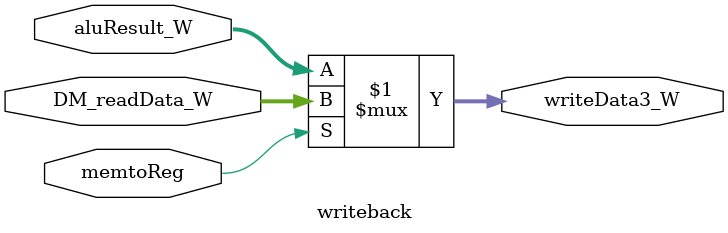
<source format=sv>

module writeback #(parameter N = 64)
					(input logic [N-1:0] aluResult_W, DM_readData_W,
					input logic memtoReg,
					output logic [N-1:0] writeData3_W);					

	assign writeData3_W = memtoReg ? DM_readData_W : aluResult_W;
	
endmodule

</source>
